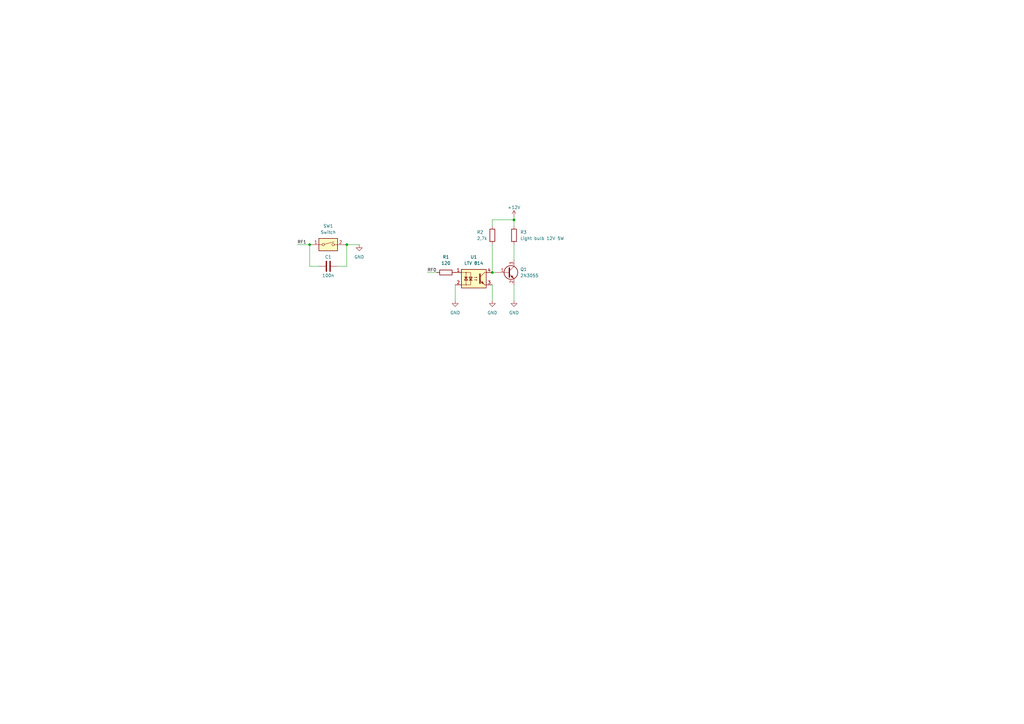
<source format=kicad_sch>
(kicad_sch (version 20211123) (generator eeschema)
  (paper "A3")
  (lib_symbols
    (symbol "Device:C" (pin_numbers hide) (pin_names (offset 0.254))
      (property "Reference" "C" (at 0.635 2.54 0))
      (property "Value" "C" (at 0.635 -2.54 0))
      (symbol "C_0_1"
        (polyline (pts (xy -2.032 -0.762) (xy 2.032 -0.762)) (stroke (width 0.508)))
        (polyline (pts (xy -2.032 0.762) (xy 2.032 0.762)) (stroke (width 0.508)))
      )
      (symbol "C_1_1"
        (pin passive line (at 0 3.81 270) (length 2.794) (name "~") (number "1"))
        (pin passive line (at 0 -3.81 90) (length 2.794) (name "~") (number "2"))
      )
    )
    (symbol "Device:R" (pin_numbers hide) (pin_names (offset 0))
      (property "Reference" "R" (at 2.032 0 90))
      (property "Value" "R" (at 0 0 90))
      (symbol "R_0_1"
        (rectangle (start -1.016 -2.54) (end 1.016 2.54) (stroke (width 0.254)))
      )
      (symbol "R_1_1"
        (pin passive line (at 0 3.81 270) (length 1.27) (name "~") (number "1"))
        (pin passive line (at 0 -3.81 90) (length 1.27) (name "~") (number "2"))
      )
    )
    (symbol "Isolator:ACPL-214-500E" (pin_names (offset 1.016))
      (property "Reference" "U" (at -5.08 5.08 0))
      (property "Value" "ACPL-214-500E" (at 0 5.08 0))
      (symbol "ACPL-214-500E_0_1"
        (rectangle (start -5.08 3.81) (end 5.08 -3.81) (stroke (width 0.254)) (fill (type background)))
        (circle (center -3.175 -2.54) (radius 0.127))
        (circle (center -3.175 2.54) (radius 0.127))
        (polyline (pts (xy -3.81 0.635) (xy -2.54 0.635)) (stroke (width 0.254)))
        (polyline (pts (xy -3.175 -0.635) (xy -3.175 -2.54)))
        (polyline (pts (xy -3.175 -0.635) (xy -3.175 2.54)))
        (polyline (pts (xy -1.905 -0.635) (xy -0.635 -0.635)) (stroke (width 0.254)))
        (polyline (pts (xy 2.54 0.635) (xy 4.445 2.54)))
        (polyline (pts (xy 4.445 -2.54) (xy 2.54 -0.635)) (fill (type outline)))
        (polyline (pts (xy 4.445 -2.54) (xy 5.08 -2.54)))
        (polyline (pts (xy 4.445 2.54) (xy 5.08 2.54)))
        (polyline (pts (xy -5.08 2.54) (xy -1.27 2.54) (xy -1.27 -0.635)))
        (polyline (pts (xy -1.27 -0.635) (xy -1.27 -2.54) (xy -5.08 -2.54)))
        (polyline (pts (xy 2.54 1.905) (xy 2.54 -1.905) (xy 2.54 -1.905)) (stroke (width 0.508)))
        (polyline (pts (xy -3.175 0.635) (xy -3.81 -0.635) (xy -2.54 -0.635) (xy -3.175 0.635)) (stroke (width 0.254)))
        (polyline (pts (xy -1.27 -0.635) (xy -1.905 0.635) (xy -0.635 0.635) (xy -1.27 -0.635)) (stroke (width 0.254)))
        (polyline (pts (xy 0.127 -0.508) (xy 1.397 -0.508) (xy 1.016 -0.635) (xy 1.016 -0.381) (xy 1.397 -0.508)))
        (polyline (pts (xy 0.127 0.508) (xy 1.397 0.508) (xy 1.016 0.381) (xy 1.016 0.635) (xy 1.397 0.508)))
        (polyline (pts (xy 3.048 -1.651) (xy 3.556 -1.143) (xy 4.064 -2.159) (xy 3.048 -1.651) (xy 3.048 -1.651)) (fill (type outline)))
      )
      (symbol "ACPL-214-500E_1_1"
        (pin passive line (at -7.62 2.54 0) (length 2.54) (name "~") (number "1"))
        (pin passive line (at -7.62 -2.54 0) (length 2.54) (name "~") (number "2"))
        (pin passive line (at 7.62 -2.54 180) (length 2.54) (name "~") (number "3"))
        (pin passive line (at 7.62 2.54 180) (length 2.54) (name "~") (number "4"))
      )
    )
    (symbol "Switch:SW_DIP_x01" (pin_names (offset 0) hide)
      (property "Reference" "SW" (at 0 3.81 0))
      (property "Value" "SW_DIP_x01" (at 0 -3.81 0))
      (symbol "SW_DIP_x01_0_0"
        (circle (center -2.032 0) (radius 0.508))
        (polyline (pts (xy -1.524 0.127) (xy 2.3622 1.1684)))
        (circle (center 2.032 0) (radius 0.508))
      )
      (symbol "SW_DIP_x01_0_1"
        (rectangle (start -3.81 2.54) (end 3.81 -2.54) (stroke (width 0.254)) (fill (type background)))
      )
      (symbol "SW_DIP_x01_1_1"
        (pin passive line (at -7.62 0 0) (length 5.08) (name "~") (number "1"))
        (pin passive line (at 7.62 0 180) (length 5.08) (name "~") (number "2"))
      )
    )
    (symbol "Transistor_BJT:BC849" (pin_names (offset 0) hide)
      (property "Reference" "Q" (at 5.08 1.905 0))
      (property "Value" "BC849" (at 5.08 0 0))
      (symbol "BC849_0_1"
        (polyline (pts (xy 0.635 0.635) (xy 2.54 2.54)))
        (polyline (pts (xy 0.635 -0.635) (xy 2.54 -2.54) (xy 2.54 -2.54)))
        (polyline (pts (xy 0.635 1.905) (xy 0.635 -1.905) (xy 0.635 -1.905)) (stroke (width 0.508)))
        (polyline (pts (xy 1.27 -1.778) (xy 1.778 -1.27) (xy 2.286 -2.286) (xy 1.27 -1.778) (xy 1.27 -1.778)) (fill (type outline)))
        (circle (center 1.27 0) (radius 2.8194) (stroke (width 0.254)))
      )
      (symbol "BC849_1_1"
        (pin input line (at -5.08 0 0) (length 5.715) (name "B") (number "1"))
        (pin passive line (at 2.54 -5.08 90) (length 2.54) (name "E") (number "2"))
        (pin passive line (at 2.54 5.08 270) (length 2.54) (name "C") (number "3"))
      )
    )
    (symbol "power:+12V" (power) (pin_names (offset 0))
      (property "Value" "+12V" (at 0 3.556 0))
      (symbol "+12V_0_1"
        (polyline (pts (xy -0.762 1.27) (xy 0 2.54)))
        (polyline (pts (xy 0 0) (xy 0 2.54)))
        (polyline (pts (xy 0 2.54) (xy 0.762 1.27)))
      )
      (symbol "+12V_1_1"
        (pin power_in line (at 0 0 90) (length 0) hide (name "+12V") (number "1"))
      )
    )
    (symbol "power:GND" (power) (pin_names (offset 0))
      (property "Value" "GND" (at 0 -3.81 0))
      (symbol "GND_0_1"
        (polyline (pts (xy 0 0) (xy 0 -1.27) (xy 1.27 -1.27) (xy 0 -2.54) (xy -1.27 -1.27) (xy 0 -1.27)))
      )
      (symbol "GND_1_1"
        (pin power_in line (at 0 0 270) (length 0) hide (name "GND") (number "1"))
      )
    )
  )
  (junction (at 127 100.33))
  (junction (at 210.82 90.17))
  (junction (at 201.93 111.76))
  (junction (at 142.24 100.33))
  (wire (pts (xy 210.82 116.84) (xy 210.82 123.19)))
  (wire (pts (xy 201.93 116.84) (xy 201.93 123.19)))
  (wire (pts (xy 186.69 116.84) (xy 186.69 123.19)))
  (wire (pts (xy 142.24 100.33) (xy 147.32 100.33)))
  (wire (pts (xy 201.93 100.33) (xy 201.93 111.76)))
  (wire (pts (xy 201.93 111.76) (xy 203.2 111.76)))
  (wire (pts (xy 175.26 111.76) (xy 179.07 111.76)))
  (wire (pts (xy 127 100.33) (xy 127 109.22)))
  (wire (pts (xy 130.81 109.22) (xy 127 109.22)))
  (wire (pts (xy 142.24 100.33) (xy 142.24 109.22)))
  (wire (pts (xy 138.43 109.22) (xy 142.24 109.22)))
  (wire (pts (xy 210.82 90.17) (xy 210.82 92.71)))
  (wire (pts (xy 201.93 90.17) (xy 210.82 90.17)))
  (wire (pts (xy 121.92 100.33) (xy 127 100.33)))
  (wire (pts (xy 201.93 90.17) (xy 201.93 92.71)))
  (wire (pts (xy 210.82 88.9) (xy 210.82 90.17)))
  (wire (pts (xy 210.82 100.33) (xy 210.82 106.68)))
  (label "RF1" (at 121.92 100.33 0))
  (label "RF0" (at 175.26 111.76 0))
  (symbol (lib_id "power:+12V") (at 210.82 88.9 0) (unit 1)
    (property "Reference" "#PWR06" (effects hide))
    (property "Value" "+12V" (at 210.82 85.09 0))
  )
  (symbol (lib_id "Device:R") (at 201.93 96.52 0) (unit 1)
    (property "Reference" "R2" (at 195.58 95.25 0) (effects (justify left)))
    (property "Value" "2,7k" (at 195.58 97.79 0) (effects (justify left)))
  )
  (symbol (lib_id "power:GND") (at 210.82 123.19 0) (unit 1)
    (property "Reference" "#PWR03" (effects hide))
    (property "Value" "GND" (at 210.82 128.27 0))
  )
  (symbol (lib_id "power:GND") (at 147.32 100.33 0) (unit 1)
    (property "Reference" "#PWR04" (effects hide))
    (property "Value" "GND" (at 147.32 105.41 0))
  )
  (symbol (lib_id "Device:C") (at 134.62 109.22 90) (unit 1)
    (property "Reference" "C1" (at 134.62 105.41 90))
    (property "Value" "100n" (at 134.62 113.03 90))
  )
  (symbol (lib_id "Switch:SW_DIP_x01") (at 134.62 100.33 0) (unit 1)
    (property "Reference" "SW1" (at 134.62 92.71 0))
    (property "Value" "Switch" (at 134.62 95.25 0))
  )
  (symbol (lib_id "power:GND") (at 186.69 123.19 0) (unit 1)
    (property "Reference" "#PWR01" (effects hide))
    (property "Value" "GND" (at 186.69 128.27 0))
  )
  (symbol (lib_id "Isolator:ACPL-214-500E") (at 194.31 114.3 0) (unit 1)
    (property "Reference" "U1" (at 194.31 105.41 0))
    (property "Value" "LTV 814" (at 194.31 107.95 0))
    (property "Footprint" "Package_SO:SOP-4_4.4x2.6mm_P1.27mm" (effects hide))
    (property "Datasheet" "https://docs.broadcom.com/doc/AV02-0469EN" (effects hide))
  )
  (symbol (lib_id "power:GND") (at 201.93 123.19 0) (unit 1)
    (property "Reference" "#PWR05" (effects hide))
    (property "Value" "GND" (at 201.93 128.27 0))
  )
  (symbol (lib_id "Device:R") (at 210.82 96.52 0) (unit 1)
    (property "Reference" "R3" (at 213.36 95.2499 0) (effects (justify left)))
    (property "Value" "Light bulb 12V 5W" (at 213.36 97.7899 0) (effects (justify left)))
  )
  (symbol (lib_id "Device:R") (at 182.88 111.76 90) (unit 1)
    (property "Reference" "R1" (at 182.88 105.41 90))
    (property "Value" "120" (at 182.88 107.95 90))
  )
  (symbol (lib_id "Transistor_BJT:BC849") (at 208.28 111.76 0) (unit 1)
    (property "Reference" "Q1" (at 213.36 110.4899 0) (effects (justify left)))
    (property "Value" "2N3055" (at 213.36 113.0299 0) (effects (justify left)))
    (property "Footprint" "Package_TO_SOT_SMD:SOT-23" (effects hide))
    (property "Datasheet" "http://www.infineon.com/dgdl/Infineon-BC847SERIES_BC848SERIES_BC849SERIES_BC850SERIES-DS-v01_01-en.pdf?fileId=db3a304314dca389011541d4630a1657" (effects hide))
  )
)
</source>
